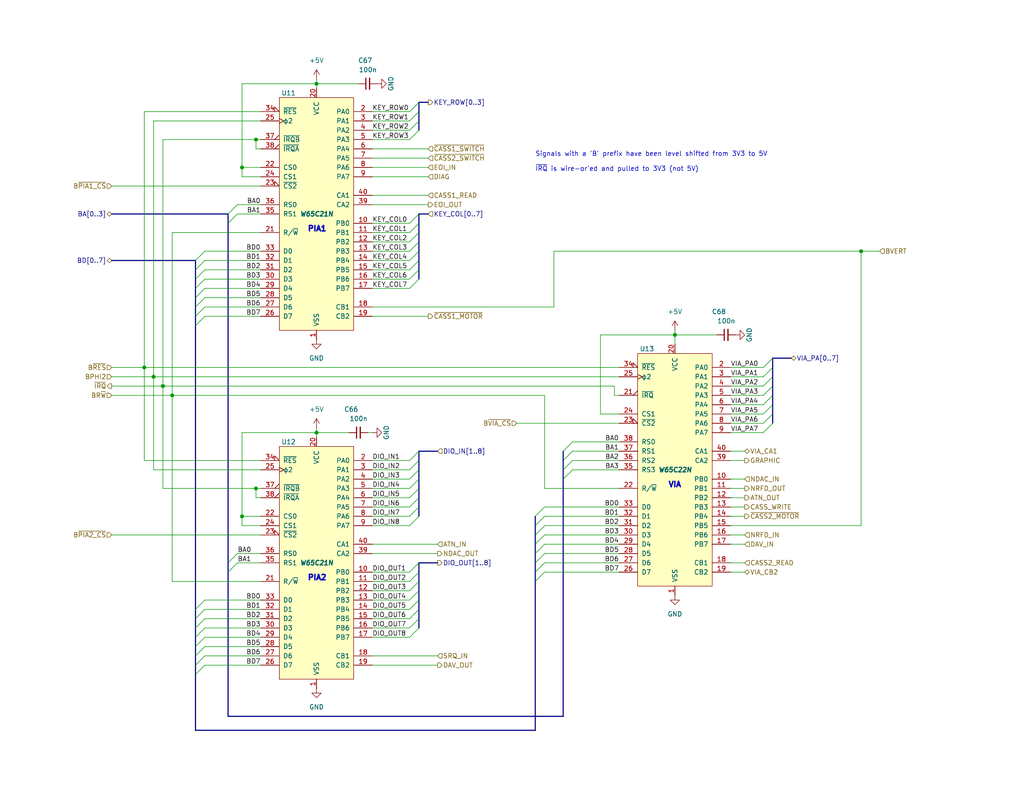
<source format=kicad_sch>
(kicad_sch (version 20231120) (generator "eeschema") (generator_version "8.0")
  (paper "A")
  (title_block (title "EconoPET 40/8096") (date "2023-10-01") (rev "A"))
  (lib_symbols
    (symbol "Device:C_Small" (pin_numbers hide) (pin_names (offset 0.254) hide)
      (property "Reference" "C" (at 0.254 1.778 0))
      (property "Value" "C_Small" (at 0.254 -2.032 0))
      (symbol "C_Small_0_1"
        (polyline (pts (xy -1.524 -0.508) (xy 1.524 -0.508)) (stroke (width 0.3302)))
        (polyline (pts (xy -1.524 0.508) (xy 1.524 0.508)) (stroke (width 0.3048)))
      )
      (symbol "C_Small_1_1"
        (pin passive line (at 0 2.54 270) (length 2.032) (name "~") (number "1"))
        (pin passive line (at 0 -2.54 90) (length 2.032) (name "~") (number "2"))
      )
    )
    (symbol "Mainboard-rescue:W65C21NxP-PET" (pin_names (offset 1.016))
      (property "Reference" "U" (at -10.16 33.02 0))
      (property "Value" "W65C21NxP-PET" (at 0 0 90))
      (symbol "W65C21NxP-PET_0_1"
        (rectangle (start -10.16 31.75) (end 10.16 -31.75) (fill (type background)))
      )
      (symbol "W65C21NxP-PET_1_1"
        (pin power_in line (at 0 -34.29 90) (length 2.54) (name "VSS") (number "1"))
        (pin bidirectional line (at 15.24 -2.54 180) (length 5.08) (name "PB0") (number "10"))
        (pin bidirectional line (at 15.24 -5.08 180) (length 5.08) (name "PB1") (number "11"))
        (pin bidirectional line (at 15.24 -7.62 180) (length 5.08) (name "PB2") (number "12"))
        (pin bidirectional line (at 15.24 -10.16 180) (length 5.08) (name "PB3") (number "13"))
        (pin bidirectional line (at 15.24 -12.7 180) (length 5.08) (name "PB4") (number "14"))
        (pin bidirectional line (at 15.24 -15.24 180) (length 5.08) (name "PB5") (number "15"))
        (pin bidirectional line (at 15.24 -17.78 180) (length 5.08) (name "PB6") (number "16"))
        (pin bidirectional line (at 15.24 -20.32 180) (length 5.08) (name "PB7") (number "17"))
        (pin input line (at 15.24 -25.4 180) (length 5.08) (name "CB1") (number "18"))
        (pin bidirectional line (at 15.24 -27.94 180) (length 5.08) (name "CB2") (number "19"))
        (pin bidirectional line (at 15.24 27.94 180) (length 5.08) (name "PA0") (number "2"))
        (pin power_in line (at 0 34.29 270) (length 2.54) (name "VCC") (number "20"))
        (pin input line (at -15.24 -5.08 0) (length 5.08) (name "R/~{W}") (number "21"))
        (pin input line (at -15.24 12.7 0) (length 5.08) (name "CS0") (number "22"))
        (pin input input_low (at -15.24 7.62 0) (length 5.08) (name "~{CS2}") (number "23"))
        (pin input line (at -15.24 10.16 0) (length 5.08) (name "CS1") (number "24"))
        (pin input clock (at -15.24 25.4 0) (length 5.08) (name "ϕ2") (number "25"))
        (pin bidirectional line (at -15.24 -27.94 0) (length 5.08) (name "D7") (number "26"))
        (pin bidirectional line (at -15.24 -25.4 0) (length 5.08) (name "D6") (number "27"))
        (pin bidirectional line (at -15.24 -22.86 0) (length 5.08) (name "D5") (number "28"))
        (pin bidirectional line (at -15.24 -20.32 0) (length 5.08) (name "D4") (number "29"))
        (pin bidirectional line (at 15.24 25.4 180) (length 5.08) (name "PA1") (number "3"))
        (pin bidirectional line (at -15.24 -17.78 0) (length 5.08) (name "D3") (number "30"))
        (pin bidirectional line (at -15.24 -15.24 0) (length 5.08) (name "D2") (number "31"))
        (pin bidirectional line (at -15.24 -12.7 0) (length 5.08) (name "D1") (number "32"))
        (pin bidirectional line (at -15.24 -10.16 0) (length 5.08) (name "D0") (number "33"))
        (pin input input_low (at -15.24 27.94 0) (length 5.08) (name "~{RES}") (number "34"))
        (pin input line (at -15.24 0 0) (length 5.08) (name "RS1") (number "35"))
        (pin input line (at -15.24 2.54 0) (length 5.08) (name "RS0") (number "36"))
        (pin open_collector output_low (at -15.24 20.32 0) (length 5.08) (name "~{IRQB}") (number "37"))
        (pin open_collector output_low (at -15.24 17.78 0) (length 5.08) (name "~{IRQA}") (number "38"))
        (pin bidirectional line (at 15.24 2.54 180) (length 5.08) (name "CA2") (number "39"))
        (pin bidirectional line (at 15.24 22.86 180) (length 5.08) (name "PA2") (number "4"))
        (pin input line (at 15.24 5.08 180) (length 5.08) (name "CA1") (number "40"))
        (pin bidirectional line (at 15.24 20.32 180) (length 5.08) (name "PA3") (number "5"))
        (pin bidirectional line (at 15.24 17.78 180) (length 5.08) (name "PA4") (number "6"))
        (pin bidirectional line (at 15.24 15.24 180) (length 5.08) (name "PA5") (number "7"))
        (pin bidirectional line (at 15.24 12.7 180) (length 5.08) (name "PA6") (number "8"))
        (pin bidirectional line (at 15.24 10.16 180) (length 5.08) (name "PA7") (number "9"))
      )
    )
    (symbol "Mainboard-rescue:W65C22NxP-PET" (pin_names (offset 1.016))
      (property "Reference" "U" (at -10.16 33.02 0))
      (property "Value" "W65C22NxP-PET" (at 0 0 90))
      (symbol "W65C22NxP-PET_0_1"
        (rectangle (start -10.16 31.75) (end 10.16 -31.75) (fill (type background)))
      )
      (symbol "W65C22NxP-PET_1_1"
        (pin power_in line (at 0 -34.29 90) (length 2.54) (name "VSS") (number "1"))
        (pin bidirectional line (at 15.24 -2.54 180) (length 5.08) (name "PB0") (number "10"))
        (pin bidirectional line (at 15.24 -5.08 180) (length 5.08) (name "PB1") (number "11"))
        (pin bidirectional line (at 15.24 -7.62 180) (length 5.08) (name "PB2") (number "12"))
        (pin bidirectional line (at 15.24 -10.16 180) (length 5.08) (name "PB3") (number "13"))
        (pin bidirectional line (at 15.24 -12.7 180) (length 5.08) (name "PB4") (number "14"))
        (pin bidirectional line (at 15.24 -15.24 180) (length 5.08) (name "PB5") (number "15"))
        (pin bidirectional line (at 15.24 -17.78 180) (length 5.08) (name "PB6") (number "16"))
        (pin bidirectional line (at 15.24 -20.32 180) (length 5.08) (name "PB7") (number "17"))
        (pin input line (at 15.24 -25.4 180) (length 5.08) (name "CB1") (number "18"))
        (pin bidirectional line (at 15.24 -27.94 180) (length 5.08) (name "CB2") (number "19"))
        (pin bidirectional line (at 15.24 27.94 180) (length 5.08) (name "PA0") (number "2"))
        (pin power_in line (at 0 34.29 270) (length 2.54) (name "VCC") (number "20"))
        (pin open_collector output_low (at -15.24 20.32 0) (length 5.08) (name "~{IRQ}") (number "21"))
        (pin input line (at -15.24 -5.08 0) (length 5.08) (name "R/~{W}") (number "22"))
        (pin input input_low (at -15.24 12.7 0) (length 5.08) (name "~{CS2}") (number "23"))
        (pin input line (at -15.24 15.24 0) (length 5.08) (name "CS1") (number "24"))
        (pin input clock (at -15.24 25.4 0) (length 5.08) (name "ϕ2") (number "25"))
        (pin bidirectional line (at -15.24 -27.94 0) (length 5.08) (name "D7") (number "26"))
        (pin bidirectional line (at -15.24 -25.4 0) (length 5.08) (name "D6") (number "27"))
        (pin bidirectional line (at -15.24 -22.86 0) (length 5.08) (name "D5") (number "28"))
        (pin bidirectional line (at -15.24 -20.32 0) (length 5.08) (name "D4") (number "29"))
        (pin bidirectional line (at 15.24 25.4 180) (length 5.08) (name "PA1") (number "3"))
        (pin bidirectional line (at -15.24 -17.78 0) (length 5.08) (name "D3") (number "30"))
        (pin bidirectional line (at -15.24 -15.24 0) (length 5.08) (name "D2") (number "31"))
        (pin bidirectional line (at -15.24 -12.7 0) (length 5.08) (name "D1") (number "32"))
        (pin bidirectional line (at -15.24 -10.16 0) (length 5.08) (name "D0") (number "33"))
        (pin input input_low (at -15.24 27.94 0) (length 5.08) (name "~{RES}") (number "34"))
        (pin input line (at -15.24 0 0) (length 5.08) (name "RS3") (number "35"))
        (pin input line (at -15.24 2.54 0) (length 5.08) (name "RS2") (number "36"))
        (pin input line (at -15.24 5.08 0) (length 5.08) (name "RS1") (number "37"))
        (pin input line (at -15.24 7.62 0) (length 5.08) (name "RS0") (number "38"))
        (pin bidirectional line (at 15.24 2.54 180) (length 5.08) (name "CA2") (number "39"))
        (pin bidirectional line (at 15.24 22.86 180) (length 5.08) (name "PA2") (number "4"))
        (pin input line (at 15.24 5.08 180) (length 5.08) (name "CA1") (number "40"))
        (pin bidirectional line (at 15.24 20.32 180) (length 5.08) (name "PA3") (number "5"))
        (pin bidirectional line (at 15.24 17.78 180) (length 5.08) (name "PA4") (number "6"))
        (pin bidirectional line (at 15.24 15.24 180) (length 5.08) (name "PA5") (number "7"))
        (pin bidirectional line (at 15.24 12.7 180) (length 5.08) (name "PA6") (number "8"))
        (pin bidirectional line (at 15.24 10.16 180) (length 5.08) (name "PA7") (number "9"))
      )
    )
    (symbol "power:+5V" (power) (pin_numbers hide) (pin_names (offset 0) hide)
      (property "Value" "+5V" (at 0 3.556 0))
      (symbol "+5V_0_1"
        (polyline (pts (xy -0.762 1.27) (xy 0 2.54)))
        (polyline (pts (xy 0 0) (xy 0 2.54)))
        (polyline (pts (xy 0 2.54) (xy 0.762 1.27)))
      )
      (symbol "+5V_1_1"
        (pin power_in line (at 0 0 90) (length 0) (name "~") (number "1"))
      )
    )
    (symbol "power:GND" (power) (pin_numbers hide) (pin_names (offset 0) hide)
      (property "Value" "GND" (at 0 -3.81 0))
      (symbol "GND_0_1"
        (polyline (pts (xy 0 0) (xy 0 -1.27) (xy 1.27 -1.27) (xy 0 -2.54) (xy -1.27 -1.27) (xy 0 -1.27)))
      )
      (symbol "GND_1_1"
        (pin power_in line (at 0 0 270) (length 0) (name "~") (number "1"))
      )
    )
  )
  (junction (at 66.04 140.97))
  (junction (at 184.15 91.44))
  (junction (at 86.36 22.86))
  (junction (at 86.36 118.11))
  (junction (at 69.85 133.35))
  (junction (at 44.45 105.41))
  (junction (at 69.85 38.1))
  (junction (at 234.95 68.58))
  (junction (at 41.91 102.87))
  (junction (at 66.04 45.72))
  (junction (at 46.99 107.95))
  (junction (at 39.37 100.33))
  (bus_entry (at 55.88 163.83) (size -2.54 2.54))
  (bus_entry (at 55.88 86.36) (size -2.54 2.54))
  (bus_entry (at 156.21 120.65) (size -2.54 2.54))
  (bus_entry (at 111.76 76.2) (size 2.54 -2.54))
  (bus_entry (at 114.3 161.29) (size -2.54 2.54))
  (bus_entry (at 208.28 115.57) (size 2.54 -2.54))
  (bus_entry (at 64.77 58.42) (size -2.54 2.54))
  (bus_entry (at 148.59 153.67) (size -2.54 2.54))
  (bus_entry (at 55.88 166.37) (size -2.54 2.54))
  (bus_entry (at 208.28 105.41) (size 2.54 -2.54))
  (bus_entry (at 114.3 158.75) (size -2.54 2.54))
  (bus_entry (at 208.28 100.33) (size 2.54 -2.54))
  (bus_entry (at 114.3 27.94) (size -2.54 2.54))
  (bus_entry (at 111.76 78.74) (size 2.54 -2.54))
  (bus_entry (at 114.3 30.48) (size -2.54 2.54))
  (bus_entry (at 55.88 73.66) (size -2.54 2.54))
  (bus_entry (at 148.59 138.43) (size -2.54 2.54))
  (bus_entry (at 111.76 71.12) (size 2.54 -2.54))
  (bus_entry (at 114.3 35.56) (size -2.54 2.54))
  (bus_entry (at 111.76 60.96) (size 2.54 -2.54))
  (bus_entry (at 114.3 133.35) (size -2.54 2.54))
  (bus_entry (at 114.3 140.97) (size -2.54 2.54))
  (bus_entry (at 208.28 118.11) (size 2.54 -2.54))
  (bus_entry (at 64.77 151.13) (size -2.54 2.54))
  (bus_entry (at 111.76 73.66) (size 2.54 -2.54))
  (bus_entry (at 55.88 78.74) (size -2.54 2.54))
  (bus_entry (at 114.3 168.91) (size -2.54 2.54))
  (bus_entry (at 156.21 123.19) (size -2.54 2.54))
  (bus_entry (at 114.3 128.27) (size -2.54 2.54))
  (bus_entry (at 114.3 33.02) (size -2.54 2.54))
  (bus_entry (at 208.28 107.95) (size 2.54 -2.54))
  (bus_entry (at 55.88 83.82) (size -2.54 2.54))
  (bus_entry (at 114.3 138.43) (size -2.54 2.54))
  (bus_entry (at 55.88 173.99) (size -2.54 2.54))
  (bus_entry (at 148.59 143.51) (size -2.54 2.54))
  (bus_entry (at 148.59 140.97) (size -2.54 2.54))
  (bus_entry (at 148.59 156.21) (size -2.54 2.54))
  (bus_entry (at 148.59 146.05) (size -2.54 2.54))
  (bus_entry (at 111.76 63.5) (size 2.54 -2.54))
  (bus_entry (at 114.3 123.19) (size -2.54 2.54))
  (bus_entry (at 114.3 166.37) (size -2.54 2.54))
  (bus_entry (at 156.21 128.27) (size -2.54 2.54))
  (bus_entry (at 208.28 110.49) (size 2.54 -2.54))
  (bus_entry (at 156.21 125.73) (size -2.54 2.54))
  (bus_entry (at 55.88 168.91) (size -2.54 2.54))
  (bus_entry (at 111.76 68.58) (size 2.54 -2.54))
  (bus_entry (at 64.77 153.67) (size -2.54 2.54))
  (bus_entry (at 114.3 163.83) (size -2.54 2.54))
  (bus_entry (at 55.88 176.53) (size -2.54 2.54))
  (bus_entry (at 55.88 76.2) (size -2.54 2.54))
  (bus_entry (at 55.88 179.07) (size -2.54 2.54))
  (bus_entry (at 55.88 171.45) (size -2.54 2.54))
  (bus_entry (at 148.59 148.59) (size -2.54 2.54))
  (bus_entry (at 55.88 68.58) (size -2.54 2.54))
  (bus_entry (at 114.3 171.45) (size -2.54 2.54))
  (bus_entry (at 114.3 130.81) (size -2.54 2.54))
  (bus_entry (at 114.3 156.21) (size -2.54 2.54))
  (bus_entry (at 114.3 125.73) (size -2.54 2.54))
  (bus_entry (at 64.77 55.88) (size -2.54 2.54))
  (bus_entry (at 111.76 66.04) (size 2.54 -2.54))
  (bus_entry (at 208.28 102.87) (size 2.54 -2.54))
  (bus_entry (at 114.3 135.89) (size -2.54 2.54))
  (bus_entry (at 148.59 151.13) (size -2.54 2.54))
  (bus_entry (at 55.88 81.28) (size -2.54 2.54))
  (bus_entry (at 208.28 113.03) (size 2.54 -2.54))
  (bus_entry (at 55.88 71.12) (size -2.54 2.54))
  (bus_entry (at 55.88 181.61) (size -2.54 2.54))
  (bus_entry (at 114.3 153.67) (size -2.54 2.54))
  (wire (pts (xy 101.6 168.91) (xy 111.76 168.91)))
  (wire (pts (xy 69.85 135.89) (xy 69.85 133.35)))
  (wire (pts (xy 71.12 128.27) (xy 41.91 128.27)))
  (bus (pts (xy 114.3 161.29) (xy 114.3 163.83)))
  (wire (pts (xy 101.6 43.18) (xy 116.84 43.18)))
  (wire (pts (xy 55.88 181.61) (xy 71.12 181.61)))
  (wire (pts (xy 101.6 125.73) (xy 111.76 125.73)))
  (wire (pts (xy 148.59 133.35) (xy 148.59 107.95)))
  (bus (pts (xy 146.05 148.59) (xy 146.05 151.13)))
  (wire (pts (xy 203.2 123.19) (xy 199.39 123.19)))
  (wire (pts (xy 101.6 86.36) (xy 116.84 86.36)))
  (bus (pts (xy 114.3 153.67) (xy 114.3 156.21)))
  (wire (pts (xy 86.36 22.86) (xy 97.79 22.86)))
  (wire (pts (xy 86.36 22.86) (xy 86.36 24.13)))
  (bus (pts (xy 114.3 30.48) (xy 114.3 33.02)))
  (bus (pts (xy 114.3 135.89) (xy 114.3 138.43)))
  (wire (pts (xy 199.39 105.41) (xy 208.28 105.41)))
  (wire (pts (xy 101.6 48.26) (xy 116.84 48.26)))
  (wire (pts (xy 184.15 90.17) (xy 184.15 91.44)))
  (wire (pts (xy 39.37 100.33) (xy 168.91 100.33)))
  (wire (pts (xy 199.39 135.89) (xy 203.2 135.89)))
  (bus (pts (xy 114.3 123.19) (xy 114.3 125.73)))
  (wire (pts (xy 199.39 102.87) (xy 208.28 102.87)))
  (wire (pts (xy 234.95 68.58) (xy 234.95 143.51)))
  (wire (pts (xy 86.36 116.84) (xy 86.36 118.11)))
  (wire (pts (xy 55.88 81.28) (xy 71.12 81.28)))
  (wire (pts (xy 66.04 118.11) (xy 86.36 118.11)))
  (wire (pts (xy 101.6 173.99) (xy 111.76 173.99)))
  (wire (pts (xy 55.88 73.66) (xy 71.12 73.66)))
  (wire (pts (xy 66.04 143.51) (xy 71.12 143.51)))
  (wire (pts (xy 71.12 135.89) (xy 69.85 135.89)))
  (bus (pts (xy 114.3 33.02) (xy 114.3 35.56)))
  (bus (pts (xy 62.23 153.67) (xy 62.23 156.21)))
  (wire (pts (xy 151.13 68.58) (xy 234.95 68.58)))
  (wire (pts (xy 111.76 76.2) (xy 101.6 76.2)))
  (wire (pts (xy 44.45 133.35) (xy 44.45 105.41)))
  (wire (pts (xy 101.6 128.27) (xy 111.76 128.27)))
  (wire (pts (xy 101.6 166.37) (xy 111.76 166.37)))
  (bus (pts (xy 153.67 125.73) (xy 153.67 128.27)))
  (wire (pts (xy 184.15 91.44) (xy 195.58 91.44)))
  (wire (pts (xy 199.39 140.97) (xy 203.2 140.97)))
  (wire (pts (xy 101.6 161.29) (xy 111.76 161.29)))
  (wire (pts (xy 199.39 110.49) (xy 208.28 110.49)))
  (wire (pts (xy 148.59 151.13) (xy 168.91 151.13)))
  (wire (pts (xy 148.59 107.95) (xy 46.99 107.95)))
  (wire (pts (xy 69.85 133.35) (xy 44.45 133.35)))
  (bus (pts (xy 53.34 171.45) (xy 53.34 173.99)))
  (wire (pts (xy 64.77 58.42) (xy 71.12 58.42)))
  (wire (pts (xy 199.39 143.51) (xy 234.95 143.51)))
  (wire (pts (xy 55.88 78.74) (xy 71.12 78.74)))
  (wire (pts (xy 55.88 163.83) (xy 71.12 163.83)))
  (bus (pts (xy 53.34 181.61) (xy 53.34 184.15)))
  (bus (pts (xy 114.3 133.35) (xy 114.3 135.89)))
  (wire (pts (xy 148.59 153.67) (xy 168.91 153.67)))
  (bus (pts (xy 210.82 97.79) (xy 215.9 97.79)))
  (bus (pts (xy 114.3 63.5) (xy 114.3 66.04)))
  (bus (pts (xy 146.05 158.75) (xy 146.05 199.39)))
  (wire (pts (xy 46.99 158.75) (xy 46.99 107.95)))
  (wire (pts (xy 111.76 60.96) (xy 101.6 60.96)))
  (bus (pts (xy 114.3 71.12) (xy 114.3 73.66)))
  (bus (pts (xy 62.23 58.42) (xy 62.23 60.96)))
  (wire (pts (xy 66.04 45.72) (xy 66.04 48.26)))
  (bus (pts (xy 210.82 113.03) (xy 210.82 115.57)))
  (wire (pts (xy 66.04 140.97) (xy 66.04 143.51)))
  (wire (pts (xy 163.83 91.44) (xy 184.15 91.44)))
  (wire (pts (xy 111.76 30.48) (xy 101.6 30.48)))
  (wire (pts (xy 66.04 48.26) (xy 71.12 48.26)))
  (bus (pts (xy 114.3 166.37) (xy 114.3 168.91)))
  (bus (pts (xy 114.3 68.58) (xy 114.3 71.12)))
  (wire (pts (xy 55.88 83.82) (xy 71.12 83.82)))
  (wire (pts (xy 66.04 45.72) (xy 71.12 45.72)))
  (wire (pts (xy 156.21 120.65) (xy 168.91 120.65)))
  (wire (pts (xy 148.59 156.21) (xy 168.91 156.21)))
  (wire (pts (xy 199.39 115.57) (xy 208.28 115.57)))
  (wire (pts (xy 71.12 33.02) (xy 41.91 33.02)))
  (wire (pts (xy 101.6 40.64) (xy 116.84 40.64)))
  (wire (pts (xy 101.6 55.88) (xy 116.84 55.88)))
  (wire (pts (xy 44.45 105.41) (xy 167.64 105.41)))
  (wire (pts (xy 101.6 156.21) (xy 111.76 156.21)))
  (wire (pts (xy 151.13 68.58) (xy 151.13 83.82)))
  (bus (pts (xy 53.34 81.28) (xy 53.34 83.82)))
  (wire (pts (xy 111.76 63.5) (xy 101.6 63.5)))
  (wire (pts (xy 168.91 123.19) (xy 156.21 123.19)))
  (wire (pts (xy 101.6 171.45) (xy 111.76 171.45)))
  (wire (pts (xy 66.04 118.11) (xy 66.04 140.97)))
  (wire (pts (xy 101.6 45.72) (xy 116.84 45.72)))
  (bus (pts (xy 114.3 58.42) (xy 116.84 58.42)))
  (bus (pts (xy 146.05 140.97) (xy 146.05 143.51)))
  (wire (pts (xy 148.59 146.05) (xy 168.91 146.05)))
  (wire (pts (xy 41.91 33.02) (xy 41.91 102.87)))
  (wire (pts (xy 69.85 38.1) (xy 44.45 38.1)))
  (wire (pts (xy 64.77 55.88) (xy 71.12 55.88)))
  (bus (pts (xy 62.23 58.42) (xy 30.48 58.42)))
  (bus (pts (xy 114.3 158.75) (xy 114.3 161.29)))
  (wire (pts (xy 101.6 181.61) (xy 119.38 181.61)))
  (wire (pts (xy 168.91 133.35) (xy 148.59 133.35)))
  (wire (pts (xy 101.6 179.07) (xy 119.38 179.07)))
  (wire (pts (xy 66.04 22.86) (xy 66.04 45.72)))
  (wire (pts (xy 71.12 30.48) (xy 39.37 30.48)))
  (wire (pts (xy 71.12 146.05) (xy 30.48 146.05)))
  (wire (pts (xy 101.6 158.75) (xy 111.76 158.75)))
  (wire (pts (xy 101.6 83.82) (xy 151.13 83.82)))
  (wire (pts (xy 101.6 163.83) (xy 111.76 163.83)))
  (wire (pts (xy 163.83 113.03) (xy 163.83 91.44)))
  (wire (pts (xy 199.39 146.05) (xy 203.2 146.05)))
  (wire (pts (xy 234.95 68.58) (xy 240.03 68.58)))
  (wire (pts (xy 101.6 143.51) (xy 111.76 143.51)))
  (wire (pts (xy 111.76 35.56) (xy 101.6 35.56)))
  (wire (pts (xy 203.2 156.21) (xy 199.39 156.21)))
  (wire (pts (xy 55.88 68.58) (xy 71.12 68.58)))
  (wire (pts (xy 111.76 68.58) (xy 101.6 68.58)))
  (bus (pts (xy 210.82 110.49) (xy 210.82 113.03)))
  (wire (pts (xy 199.39 133.35) (xy 203.2 133.35)))
  (bus (pts (xy 114.3 27.94) (xy 114.3 30.48)))
  (wire (pts (xy 71.12 40.64) (xy 69.85 40.64)))
  (wire (pts (xy 199.39 130.81) (xy 203.2 130.81)))
  (wire (pts (xy 111.76 73.66) (xy 101.6 73.66)))
  (bus (pts (xy 153.67 123.19) (xy 153.67 125.73)))
  (bus (pts (xy 53.34 76.2) (xy 53.34 78.74)))
  (bus (pts (xy 53.34 78.74) (xy 53.34 81.28)))
  (wire (pts (xy 69.85 40.64) (xy 69.85 38.1)))
  (wire (pts (xy 148.59 140.97) (xy 168.91 140.97)))
  (wire (pts (xy 41.91 102.87) (xy 168.91 102.87)))
  (wire (pts (xy 101.6 140.97) (xy 111.76 140.97)))
  (bus (pts (xy 114.3 73.66) (xy 114.3 76.2)))
  (wire (pts (xy 101.6 53.34) (xy 116.84 53.34)))
  (bus (pts (xy 53.34 83.82) (xy 53.34 86.36)))
  (wire (pts (xy 46.99 63.5) (xy 46.99 107.95)))
  (wire (pts (xy 101.6 118.11) (xy 100.33 118.11)))
  (bus (pts (xy 53.34 173.99) (xy 53.34 176.53)))
  (wire (pts (xy 55.88 171.45) (xy 71.12 171.45)))
  (wire (pts (xy 156.21 128.27) (xy 168.91 128.27)))
  (wire (pts (xy 111.76 66.04) (xy 101.6 66.04)))
  (wire (pts (xy 39.37 125.73) (xy 39.37 100.33)))
  (wire (pts (xy 66.04 22.86) (xy 86.36 22.86)))
  (wire (pts (xy 44.45 38.1) (xy 44.45 105.41)))
  (wire (pts (xy 71.12 50.8) (xy 30.48 50.8)))
  (wire (pts (xy 69.85 133.35) (xy 71.12 133.35)))
  (bus (pts (xy 146.05 151.13) (xy 146.05 153.67)))
  (wire (pts (xy 55.88 86.36) (xy 71.12 86.36)))
  (wire (pts (xy 71.12 63.5) (xy 46.99 63.5)))
  (wire (pts (xy 199.39 113.03) (xy 208.28 113.03)))
  (bus (pts (xy 53.34 176.53) (xy 53.34 179.07)))
  (wire (pts (xy 163.83 113.03) (xy 168.91 113.03)))
  (bus (pts (xy 146.05 153.67) (xy 146.05 156.21)))
  (wire (pts (xy 111.76 38.1) (xy 101.6 38.1)))
  (wire (pts (xy 101.6 130.81) (xy 111.76 130.81)))
  (wire (pts (xy 184.15 91.44) (xy 184.15 93.98)))
  (bus (pts (xy 53.34 86.36) (xy 53.34 88.9)))
  (bus (pts (xy 53.34 184.15) (xy 53.34 199.39)))
  (bus (pts (xy 114.3 125.73) (xy 114.3 128.27)))
  (wire (pts (xy 111.76 78.74) (xy 101.6 78.74)))
  (wire (pts (xy 148.59 138.43) (xy 168.91 138.43)))
  (wire (pts (xy 101.6 151.13) (xy 119.38 151.13)))
  (wire (pts (xy 55.88 168.91) (xy 71.12 168.91)))
  (wire (pts (xy 167.64 105.41) (xy 167.64 107.95)))
  (bus (pts (xy 146.05 143.51) (xy 146.05 146.05)))
  (wire (pts (xy 55.88 71.12) (xy 71.12 71.12)))
  (bus (pts (xy 153.67 128.27) (xy 153.67 130.81)))
  (bus (pts (xy 114.3 128.27) (xy 114.3 130.81)))
  (bus (pts (xy 114.3 123.19) (xy 119.38 123.19)))
  (wire (pts (xy 199.39 125.73) (xy 203.2 125.73)))
  (wire (pts (xy 30.48 105.41) (xy 44.45 105.41)))
  (bus (pts (xy 210.82 100.33) (xy 210.82 102.87)))
  (wire (pts (xy 71.12 125.73) (xy 39.37 125.73)))
  (wire (pts (xy 64.77 153.67) (xy 71.12 153.67)))
  (wire (pts (xy 156.21 125.73) (xy 168.91 125.73)))
  (bus (pts (xy 62.23 195.58) (xy 153.67 195.58)))
  (wire (pts (xy 55.88 179.07) (xy 71.12 179.07)))
  (bus (pts (xy 114.3 66.04) (xy 114.3 68.58)))
  (wire (pts (xy 101.6 135.89) (xy 111.76 135.89)))
  (bus (pts (xy 153.67 130.81) (xy 153.67 195.58)))
  (wire (pts (xy 111.76 33.02) (xy 101.6 33.02)))
  (wire (pts (xy 148.59 148.59) (xy 168.91 148.59)))
  (bus (pts (xy 30.48 71.12) (xy 53.34 71.12)))
  (wire (pts (xy 199.39 100.33) (xy 208.28 100.33)))
  (bus (pts (xy 114.3 163.83) (xy 114.3 166.37)))
  (wire (pts (xy 167.64 107.95) (xy 168.91 107.95)))
  (bus (pts (xy 146.05 156.21) (xy 146.05 158.75)))
  (wire (pts (xy 39.37 100.33) (xy 30.48 100.33)))
  (wire (pts (xy 86.36 21.59) (xy 86.36 22.86)))
  (bus (pts (xy 210.82 107.95) (xy 210.82 110.49)))
  (wire (pts (xy 199.39 107.95) (xy 208.28 107.95)))
  (wire (pts (xy 148.59 143.51) (xy 168.91 143.51)))
  (bus (pts (xy 114.3 27.94) (xy 116.84 27.94)))
  (wire (pts (xy 101.6 138.43) (xy 111.76 138.43)))
  (wire (pts (xy 86.36 118.11) (xy 86.36 119.38)))
  (wire (pts (xy 199.39 138.43) (xy 203.2 138.43)))
  (bus (pts (xy 114.3 60.96) (xy 114.3 63.5)))
  (wire (pts (xy 55.88 76.2) (xy 71.12 76.2)))
  (bus (pts (xy 114.3 138.43) (xy 114.3 140.97)))
  (bus (pts (xy 53.34 166.37) (xy 53.34 168.91)))
  (bus (pts (xy 146.05 146.05) (xy 146.05 148.59)))
  (bus (pts (xy 53.34 73.66) (xy 53.34 76.2)))
  (bus (pts (xy 114.3 156.21) (xy 114.3 158.75)))
  (bus (pts (xy 114.3 130.81) (xy 114.3 133.35)))
  (wire (pts (xy 39.37 30.48) (xy 39.37 100.33)))
  (wire (pts (xy 55.88 166.37) (xy 71.12 166.37)))
  (bus (pts (xy 62.23 156.21) (xy 62.23 195.58)))
  (bus (pts (xy 114.3 153.67) (xy 119.38 153.67)))
  (bus (pts (xy 62.23 60.96) (xy 62.23 153.67)))
  (wire (pts (xy 199.39 153.67) (xy 203.2 153.67)))
  (wire (pts (xy 41.91 128.27) (xy 41.91 102.87)))
  (bus (pts (xy 53.34 88.9) (xy 53.34 166.37)))
  (wire (pts (xy 30.48 107.95) (xy 46.99 107.95)))
  (wire (pts (xy 55.88 173.99) (xy 71.12 173.99)))
  (wire (pts (xy 101.6 148.59) (xy 119.38 148.59)))
  (wire (pts (xy 69.85 38.1) (xy 71.12 38.1)))
  (bus (pts (xy 53.34 179.07) (xy 53.34 181.61)))
  (bus (pts (xy 53.34 71.12) (xy 53.34 73.66)))
  (bus (pts (xy 53.34 168.91) (xy 53.34 171.45)))
  (wire (pts (xy 71.12 158.75) (xy 46.99 158.75)))
  (bus (pts (xy 114.3 168.91) (xy 114.3 171.45)))
  (wire (pts (xy 66.04 140.97) (xy 71.12 140.97)))
  (bus (pts (xy 210.82 105.41) (xy 210.82 107.95)))
  (bus (pts (xy 114.3 58.42) (xy 114.3 60.96)))
  (wire (pts (xy 140.97 115.57) (xy 168.91 115.57)))
  (wire (pts (xy 55.88 176.53) (xy 71.12 176.53)))
  (bus (pts (xy 53.34 199.39) (xy 146.05 199.39)))
  (wire (pts (xy 111.76 71.12) (xy 101.6 71.12)))
  (wire (pts (xy 199.39 148.59) (xy 203.2 148.59)))
  (bus (pts (xy 210.82 102.87) (xy 210.82 105.41)))
  (wire (pts (xy 199.39 118.11) (xy 208.28 118.11)))
  (wire (pts (xy 86.36 118.11) (xy 95.25 118.11)))
  (wire (pts (xy 64.77 151.13) (xy 71.12 151.13)))
  (wire (pts (xy 30.48 102.87) (xy 41.91 102.87)))
  (bus (pts (xy 210.82 97.79) (xy 210.82 100.33)))
  (wire (pts (xy 101.6 133.35) (xy 111.76 133.35)))
  (text "PIA1" (at 83.82 63.5 0) (effects (font (size 1.5 1.5) (thickness 0.8) (bold yes)) (justify left bottom)))
  (text "PIA2" (at 83.82 158.75 0) (effects (font (size 1.5 1.5) (thickness 0.8) (bold yes)) (justify left bottom)))
  (text "Signals with a 'B' prefix have been level shifted from 3V3 to 5V\n\n~{IRQ} is wire-or'ed and pulled to 3V3 (not 5V)" (at 146.05 46.99 0) (effects (font (size 1.27 1.27)) (justify left bottom)))
  (text "VIA" (at 182.245 133.35 0) (effects (font (size 1.5 1.5) (thickness 0.8) (bold yes)) (justify left bottom)))
  (label "KEY_COL5" (at 101.6 73.66 0))
  (label "BA1" (at 71.12 58.42 180))
  (label "BD2" (at 168.91 143.51 180))
  (label "BA0" (at 165.1 120.65 0))
  (label "BD3" (at 71.12 76.2 180))
  (label "BD3" (at 71.12 171.45 180))
  (label "BD5" (at 168.91 151.13 180))
  (label "VIA_PA2" (at 199.39 105.41 0))
  (label "VIA_PA7" (at 199.39 118.11 0))
  (label "DIO_OUT3" (at 101.6 161.29 0))
  (label "DIO_OUT6" (at 101.6 168.91 0))
  (label "DIO_IN6" (at 101.6 138.43 0))
  (label "BD1" (at 71.12 166.37 180))
  (label "VIA_PA0" (at 199.39 100.33 0))
  (label "BD4" (at 71.12 78.74 180))
  (label "BA3" (at 165.1 128.27 0))
  (label "BD2" (at 71.12 73.66 180))
  (label "KEY_COL1" (at 101.6 63.5 0))
  (label "BD0" (at 168.91 138.43 180))
  (label "BD7" (at 71.12 181.61 180))
  (label "BD5" (at 71.12 81.28 180))
  (label "KEY_COL4" (at 101.6 71.12 0))
  (label "VIA_PA3" (at 199.39 107.95 0))
  (label "BD1" (at 71.12 71.12 180))
  (label "BD3" (at 168.91 146.05 180))
  (label "BA0" (at 68.58 151.13 180))
  (label "VIA_PA6" (at 199.39 115.57 0))
  (label "DIO_IN2" (at 101.6 128.27 0))
  (label "BD5" (at 71.12 176.53 180))
  (label "DIO_OUT5" (at 101.6 166.37 0))
  (label "BD4" (at 71.12 173.99 180))
  (label "DIO_IN3" (at 101.6 130.81 0))
  (label "BD7" (at 71.12 86.36 180))
  (label "BA2" (at 165.1 125.73 0))
  (label "DIO_IN5" (at 101.6 135.89 0))
  (label "VIA_PA4" (at 199.39 110.49 0))
  (label "KEY_COL7" (at 101.6 78.74 0))
  (label "KEY_ROW3" (at 101.6 38.1 0))
  (label "KEY_COL3" (at 101.6 68.58 0))
  (label "DIO_OUT4" (at 101.6 163.83 0))
  (label "VIA_PA5" (at 199.39 113.03 0))
  (label "KEY_ROW2" (at 101.6 35.56 0))
  (label "KEY_ROW1" (at 101.6 33.02 0))
  (label "DIO_OUT7" (at 101.6 171.45 0))
  (label "BA1" (at 68.58 153.67 180))
  (label "BD0" (at 71.12 163.83 180))
  (label "DIO_IN7" (at 101.6 140.97 0))
  (label "BD6" (at 71.12 83.82 180))
  (label "KEY_ROW0" (at 101.6 30.48 0))
  (label "DIO_IN8" (at 101.6 143.51 0))
  (label "KEY_COL6" (at 101.6 76.2 0))
  (label "BD7" (at 168.91 156.21 180))
  (label "DIO_IN4" (at 101.6 133.35 0))
  (label "BD4" (at 168.91 148.59 180))
  (label "KEY_COL2" (at 101.6 66.04 0))
  (label "KEY_COL0" (at 101.6 60.96 0))
  (label "VIA_PA1" (at 199.39 102.87 0))
  (label "DIO_IN1" (at 101.6 125.73 0))
  (label "BA1" (at 165.1 123.19 0))
  (label "DIO_OUT8" (at 101.6 173.99 0))
  (label "BD6" (at 168.91 153.67 180))
  (label "BD0" (at 71.12 68.58 180))
  (label "BA0" (at 71.12 55.88 180))
  (label "BD6" (at 71.12 179.07 180))
  (label "DIO_OUT1" (at 101.6 156.21 0))
  (label "BD2" (at 71.12 168.91 180))
  (label "DIO_OUT2" (at 101.6 158.75 0))
  (label "BD1" (at 168.91 140.97 180))
  (hierarchical_label "B~{PIA1_CS}" (shape input) (at 30.48 50.8 180))
  (hierarchical_label "B~{RES}" (shape input) (at 30.48 100.33 180))
  (hierarchical_label "GRAPHIC" (shape output) (at 203.2 125.73 0))
  (hierarchical_label "ATN_IN" (shape input) (at 119.38 148.59 0))
  (hierarchical_label "~{CASS1_SWITCH}" (shape input) (at 116.84 40.64 0))
  (hierarchical_label "B~{PIA2_CS}" (shape input) (at 30.48 146.05 180))
  (hierarchical_label "DIO_OUT[1..8]" (shape output) (at 119.38 153.67 0))
  (hierarchical_label "BA[0..3]" (shape bidirectional) (at 30.48 58.42 180))
  (hierarchical_label "NDAC_IN" (shape input) (at 203.2 130.81 0))
  (hierarchical_label "KEY_COL[0..7]" (shape input) (at 116.84 58.42 0))
  (hierarchical_label "DAV_OUT" (shape output) (at 119.38 181.61 0))
  (hierarchical_label "BVERT" (shape input) (at 240.03 68.58 0))
  (hierarchical_label "~{CASS2_MOTOR}" (shape output) (at 203.2 140.97 0))
  (hierarchical_label "~{IRQ}" (shape output) (at 30.48 105.41 180))
  (hierarchical_label "SRQ_IN" (shape input) (at 119.38 179.07 0))
  (hierarchical_label "EOI_IN" (shape input) (at 116.84 45.72 0))
  (hierarchical_label "KEY_ROW[0..3]" (shape output) (at 116.84 27.94 0))
  (hierarchical_label "DAV_IN" (shape input) (at 203.2 148.59 0))
  (hierarchical_label "EOI_OUT" (shape output) (at 116.84 55.88 0))
  (hierarchical_label "~{CASS2_SWITCH}" (shape input) (at 116.84 43.18 0))
  (hierarchical_label "BPHI2" (shape input) (at 30.48 102.87 180))
  (hierarchical_label "VIA_CB2" (shape bidirectional) (at 203.2 156.21 0))
  (hierarchical_label "VIA_CA1" (shape bidirectional) (at 203.2 123.19 0))
  (hierarchical_label "BD[0..7]" (shape bidirectional) (at 30.48 71.12 180))
  (hierarchical_label "NRFD_OUT" (shape output) (at 203.2 133.35 0))
  (hierarchical_label "NDAC_OUT" (shape output) (at 119.38 151.13 0))
  (hierarchical_label "CASS1_READ" (shape input) (at 116.84 53.34 0))
  (hierarchical_label "CASS_WRITE" (shape output) (at 203.2 138.43 0))
  (hierarchical_label "NRFD_IN" (shape input) (at 203.2 146.05 0))
  (hierarchical_label "BR~{W}" (shape input) (at 30.48 107.95 180))
  (hierarchical_label "DIO_IN[1..8]" (shape input) (at 119.38 123.19 0))
  (hierarchical_label "B~{VIA_CS}" (shape input) (at 140.97 115.57 180))
  (hierarchical_label "VIA_PA[0..7]" (shape bidirectional) (at 215.9 97.79 0))
  (hierarchical_label "DIAG" (shape input) (at 116.84 48.26 0))
  (hierarchical_label "ATN_OUT" (shape output) (at 203.2 135.89 0))
  (hierarchical_label "CASS2_READ" (shape input) (at 203.2 153.67 0))
  (hierarchical_label "~{CASS1_MOTOR}" (shape output) (at 116.84 86.36 0))
  (symbol (lib_id "Mainboard-rescue:W65C21NxP-PET") (at 86.36 153.67 0) (unit 1)
    (property "Reference" "U12" (at 78.74 120.65 0))
    (property "Value" "W65C21N" (at 86.36 153.67 0) (effects (font (bold yes) (italic yes))))
    (property "Footprint" "Package_DIP:DIP-40_W15.24mm_Socket" (effects (hide yes)))
    (property "Datasheet" "https://www.mouser.com/datasheet/2/436/w65c21-661.pdf" (effects (hide yes)))
    (property "MOUSER" "955-W65C21N6TPG-14,571-1-2199299-5" (effects (hide yes)))
  )
  (symbol (lib_id "Mainboard-rescue:W65C22NxP-PET") (at 184.15 128.27 0) (unit 1)
    (property "Reference" "U13" (at 176.53 95.25 0))
    (property "Value" "W65C22N" (at 184.15 128.27 0) (effects (font (bold yes) (italic yes))))
    (property "Footprint" "Package_DIP:DIP-40_W15.24mm_Socket" (effects (hide yes)))
    (property "Datasheet" "https://www.mouser.com/datasheet/2/436/w65c22-1197.pdf" (effects (hide yes)))
    (property "MOUSER" "955-W65C22N6TPG-14,571-1-2199299-5" (effects (hide yes)))
  )
  (symbol (lib_id "Mainboard-rescue:W65C21NxP-PET") (at 86.36 58.42 0) (unit 1)
    (property "Reference" "U11" (at 78.74 25.4 0))
    (property "Value" "W65C21N" (at 86.36 58.42 0) (effects (font (bold yes) (italic yes))))
    (property "Footprint" "Package_DIP:DIP-40_W15.24mm_Socket" (effects (hide yes)))
    (property "Datasheet" "https://www.mouser.com/datasheet/2/436/w65c21-661.pdf" (effects (hide yes)))
    (property "MOUSER" "955-W65C21N6TPG-14,571-1-2199299-5" (effects (hide yes)))
  )
  (symbol (lib_id "Device:C_Small") (at 97.79 118.11 90) (unit 1)
    (property "Reference" "C66" (at 97.79 111.76 90) (effects (justify left)))
    (property "Value" "100n" (at 100.33 114.3 90) (effects (justify left)))
    (property "Footprint" "Capacitor_SMD:C_0402_1005Metric" (effects (hide yes)))
    (property "Datasheet" "https://datasheet.lcsc.com/lcsc/2304140030_Samsung-Electro-Mechanics-CL05B104KB54PNC_C307331.pdf" (effects (hide yes)))
    (property "LCSC" "C307331" (effects (hide yes)))
  )
  (symbol (lib_id "Device:C_Small") (at 100.33 22.86 90) (unit 1)
    (property "Reference" "C67" (at 101.6 16.51 90) (effects (justify left)))
    (property "Value" "100n" (at 102.87 19.05 90) (effects (justify left)))
    (property "Footprint" "Capacitor_SMD:C_0402_1005Metric" (effects (hide yes)))
    (property "Datasheet" "https://datasheet.lcsc.com/lcsc/2304140030_Samsung-Electro-Mechanics-CL05B104KB54PNC_C307331.pdf" (effects (hide yes)))
    (property "LCSC" "C307331" (effects (hide yes)))
  )
  (symbol (lib_id "Device:C_Small") (at 198.12 91.44 90) (unit 1)
    (property "Reference" "C68" (at 198.12 85.09 90) (effects (justify left)))
    (property "Value" "100n" (at 200.66 87.63 90) (effects (justify left)))
    (property "Footprint" "Capacitor_SMD:C_0402_1005Metric" (effects (hide yes)))
    (property "Datasheet" "https://datasheet.lcsc.com/lcsc/2304140030_Samsung-Electro-Mechanics-CL05B104KB54PNC_C307331.pdf" (effects (hide yes)))
    (property "LCSC" "C307331" (effects (hide yes)))
  )
  (symbol (lib_id "power:GND") (at 86.36 187.96 0) (unit 1)
    (property "Reference" "#PWR091" (effects (hide yes)))
    (property "Value" "GND" (at 86.36 193.04 0))
    (property "Description" "Power symbol creates a global label with name \"GND\" , ground" (effects (hide yes)))
  )
  (symbol (lib_id "power:+5V") (at 86.36 21.59 0) (unit 1)
    (property "Reference" "#PWR088" (effects (hide yes)))
    (property "Value" "+5V" (at 86.36 16.51 0))
    (property "Description" "Power symbol creates a global label with name \"+5V\"" (effects (hide yes)))
  )
  (symbol (lib_id "power:GND") (at 101.6 118.11 90) (unit 1)
    (property "Reference" "#PWR092" (effects (hide yes)))
    (property "Value" "GND" (at 105.41 118.11 0))
    (property "Description" "Power symbol creates a global label with name \"GND\" , ground" (effects (hide yes)))
  )
  (symbol (lib_id "power:GND") (at 102.87 22.86 90) (unit 1)
    (property "Reference" "#PWR093" (effects (hide yes)))
    (property "Value" "GND" (at 106.68 22.86 0))
    (property "Description" "Power symbol creates a global label with name \"GND\" , ground" (effects (hide yes)))
  )
  (symbol (lib_id "power:GND") (at 184.15 162.56 0) (unit 1)
    (property "Reference" "#PWR095" (effects (hide yes)))
    (property "Value" "GND" (at 184.15 167.64 0))
    (property "Description" "Power symbol creates a global label with name \"GND\" , ground" (effects (hide yes)))
  )
  (symbol (lib_id "power:GND") (at 86.36 92.71 0) (unit 1)
    (property "Reference" "#PWR089" (effects (hide yes)))
    (property "Value" "GND" (at 86.36 97.79 0))
    (property "Description" "Power symbol creates a global label with name \"GND\" , ground" (effects (hide yes)))
  )
  (symbol (lib_id "power:+5V") (at 86.36 116.84 0) (unit 1)
    (property "Reference" "#PWR090" (effects (hide yes)))
    (property "Value" "+5V" (at 86.36 111.76 0))
    (property "Description" "Power symbol creates a global label with name \"+5V\"" (effects (hide yes)))
  )
  (symbol (lib_id "power:+5V") (at 184.15 90.17 0) (unit 1)
    (property "Reference" "#PWR094" (effects (hide yes)))
    (property "Value" "+5V" (at 184.15 85.09 0))
    (property "Description" "Power symbol creates a global label with name \"+5V\"" (effects (hide yes)))
  )
  (symbol (lib_id "power:GND") (at 200.66 91.44 90) (unit 1)
    (property "Reference" "#PWR096" (effects (hide yes)))
    (property "Value" "GND" (at 204.47 91.44 0))
    (property "Description" "Power symbol creates a global label with name \"GND\" , ground" (effects (hide yes)))
  )
)
</source>
